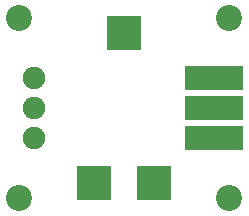
<source format=gbr>
%TF.GenerationSoftware,KiCad,Pcbnew,7.0.7*%
%TF.CreationDate,2024-01-02T00:36:13-08:00*%
%TF.ProjectId,edge_board,65646765-5f62-46f6-9172-642e6b696361,rev?*%
%TF.SameCoordinates,Original*%
%TF.FileFunction,Soldermask,Top*%
%TF.FilePolarity,Negative*%
%FSLAX46Y46*%
G04 Gerber Fmt 4.6, Leading zero omitted, Abs format (unit mm)*
G04 Created by KiCad (PCBNEW 7.0.7) date 2024-01-02 00:36:13*
%MOMM*%
%LPD*%
G01*
G04 APERTURE LIST*
%ADD10C,2.200000*%
%ADD11R,5.000000X2.000000*%
%ADD12C,1.900000*%
%ADD13R,3.000000X3.000000*%
G04 APERTURE END LIST*
D10*
%TO.C,H2*%
X130810000Y-81280000D03*
%TD*%
%TO.C,H4*%
X130810000Y-96520000D03*
%TD*%
D11*
%TO.C,J2*%
X147320000Y-86360000D03*
X147320000Y-88900000D03*
X147320000Y-91440000D03*
%TD*%
D10*
%TO.C,H3*%
X148590000Y-96520000D03*
%TD*%
%TO.C,H1*%
X148590000Y-81280000D03*
%TD*%
D12*
%TO.C,J1*%
X132080000Y-86360000D03*
X132080000Y-88900000D03*
X132080000Y-91440000D03*
%TD*%
D13*
%TO.C,TP2*%
X139700000Y-82550000D03*
%TD*%
%TO.C,TP1*%
X137160000Y-95250000D03*
%TD*%
%TO.C,TP3*%
X142240000Y-95250000D03*
%TD*%
M02*

</source>
